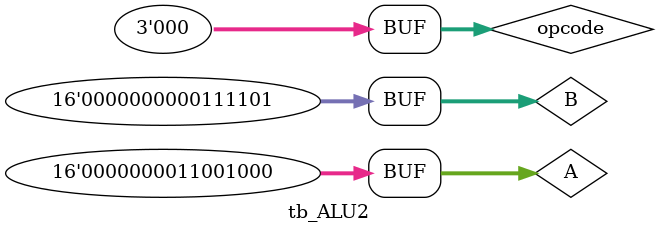
<source format=v>
module tb_ALU2();
  wire[15:0] Result;
  reg [15:0] A,B;
  reg [2:0] opcode;
 
  ALU2 DUT (Result,opcode,A,B);

  initial 
  begin
  #0 A=16'd0; B=16'd0; opcode=3'b000;
  #5 A=16'd1; B=16'd3; opcode=3'b001;
  #5 A=16'd3; B=16'd4; opcode=3'b010;
  #5 A=16'd10; B=16'd10; opcode=3'b011;
  #5 A=16'd15; B=16'd1; opcode=3'b100;
  #5 A=16'd20; B=16'd20; opcode=3'b101;
  #5 A=16'd34; B=16'd5; opcode=3'b110;
  #5 A=16'd255; B=16'd0; opcode=3'b111;
  #5 A=16'd15; B=16'd1; opcode=3'b000;
  #5 A=16'd200; B=16'd61; opcode=3'b000;
  end
  endmodule
</source>
